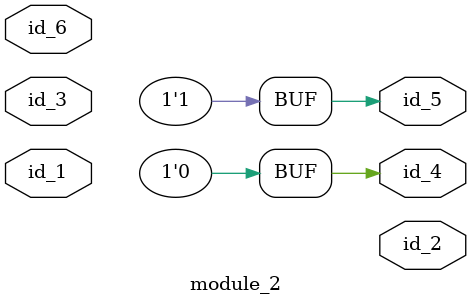
<source format=v>
module module_0;
  wire id_2;
  module_2 modCall_1 (
      id_2,
      id_2,
      id_2,
      id_2,
      id_2,
      id_2
  );
endmodule
module module_1 (
    id_1,
    id_2
);
  output wire id_2;
  output wire id_1;
  assign id_2 = 1 ? 1 || 1 : 1;
  wire id_3;
  module_0 modCall_1 ();
endmodule
module module_2 (
    id_1,
    id_2,
    id_3,
    id_4,
    id_5,
    id_6
);
  input wire id_6;
  output wire id_5;
  output wire id_4;
  input wire id_3;
  output wire id_2;
  input wire id_1;
  assign id_5 = 1;
  assign id_4 = 1'b0;
  assign id_5 = 1'b0;
endmodule

</source>
